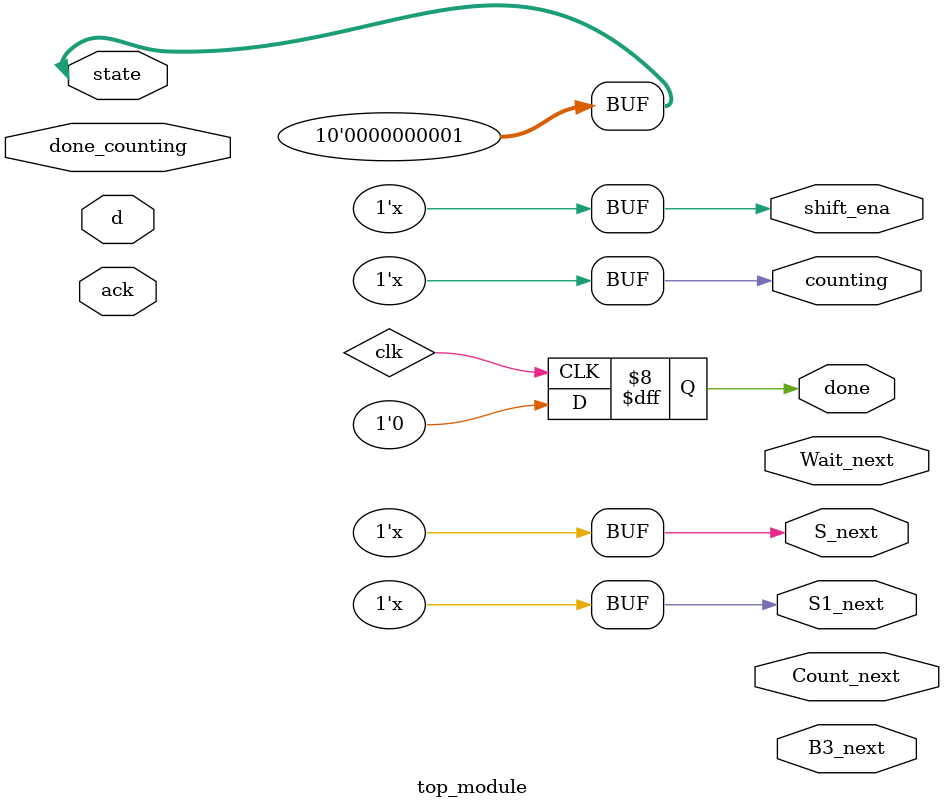
<source format=sv>
module top_module(
    input d,
    input done_counting,
    input ack,
    input [9:0] state,    // 10-bit one-hot current state
    output B3_next,
    output S_next,
    output S1_next,
    output Count_next,
    output Wait_next,
    output reg done,
    output counting,
    output reg shift_ena
);

always @* begin
    case(state)
        10'b0000000001: S_next = ~d; // S
        10'b0000000010: S1_next = d; // S1
        10'b0000000100: begin // S11
            if(d==0)
                state = 10'b0000000001; // next state is S
            else
                state = 10'b0000000110; // next state is S11
        end
        10'b0000000110: begin // S110
            if(d==0)
                state = 10'b0000000001; // next state is S
            else
                state = 10'b0000010000; // next state is B0
        end
        10'b0000010000: begin // B0
            shift_ena = 1; // output always 1
            state = 10'b0000100000; // next state is B1
        end
        10'b0000100000: begin // B1
            shift_ena = 1; // output always 1
            state = 10'b0001000000; // next state is B2
        end
        10'b0001000000: begin // B2
            shift_ena = 1; // output always 1
            state = 10'b0010000000; // next state is B3
        end
        10'b0010000000: begin // B3
            shift_ena = 1; // output always 1
            state = 10'b0100000000; // next state is Count
        end
        10'b0100000000: begin // Count
            counting = 1; // output always 1
            if(done_counting)
                state = 10'b1000000000; // next state is Wait
        end
        10'b1000000000: begin // Wait
            counting = 0; // output always 0
            if(ack==1)
                state = 10'b0000000001; // next state is S
        end
        default: state = 10'b0000000001; // default state is S
    endcase
end

always @(posedge clk) begin
    done = (state == 10'b0010000000); // Output done is 1 when state is B3
end

endmodule

</source>
